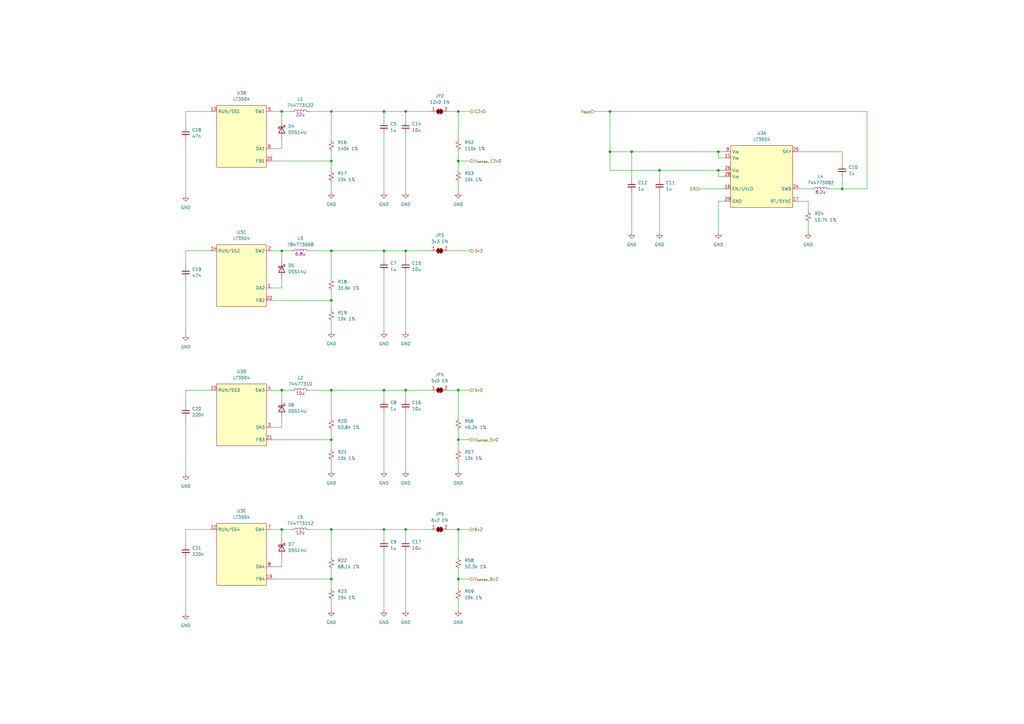
<source format=kicad_sch>
(kicad_sch (version 20230121) (generator eeschema)
  (paper "A3")
  (title_block (title "Kicker v3.0") (date "2023-10-03") (rev "0") (company "SSL A-Team") (comment 1 "Author: William Stuckey"))
  (lib_symbols
    (symbol "AT-PowerIC:LT3504"
      (property "Reference" "U" (at 0 -13.97 0))
      (property "Value" "LT3504" (at 0 13.97 0))
      (symbol "LT3504_1_1"
        (rectangle (start -12.7 12.7) (end 12.7 -12.7) (fill (type background)))
        (pin power_in line (at -15.24 7.62 0) (length 2.54) (name "V_{IN}") (number "11"))
        (pin input line (at -15.24 -5.08 0) (length 2.54) (name "EN/UVLO") (number "16"))
        (pin bidirectional line (at 15.24 -10.16 180) (length 2.54) (name "RT/SYNC") (number "17"))
        (pin bidirectional line (at 15.24 -5.08 180) (length 2.54) (name "SW5") (number "24"))
        (pin bidirectional line (at 15.24 10.16 180) (length 2.54) (name "SKY") (number "25"))
        (pin power_in line (at -15.24 2.54 0) (length 2.54) (name "V_{IN}") (number "26"))
        (pin power_in line (at -15.24 0 0) (length 2.54) (name "V_{IN}") (number "28"))
        (pin power_in line (at -15.24 -10.16 0) (length 2.54) (name "GND") (number "29"))
        (pin power_in line (at -15.24 10.16 0) (length 2.54) (name "V_{IN}") (number "9"))
      )
      (symbol "LT3504_2_1"
        (rectangle (start -10.16 12.7) (end 10.16 -12.7) (fill (type background)))
        (pin input line (at -12.7 10.16 0) (length 2.54) (name "RUN/SS1") (number "13"))
        (pin input line (at 12.7 -10.16 180) (length 2.54) (name "FB1") (number "20"))
        (pin power_out line (at 12.7 10.16 180) (length 2.54) (name "SW1") (number "5"))
        (pin power_out line (at 12.7 -5.08 180) (length 2.54) (name "DA1") (number "6"))
      )
      (symbol "LT3504_3_1"
        (rectangle (start -10.16 12.7) (end 10.16 -12.7) (fill (type background)))
        (pin power_out line (at 12.7 -5.08 180) (length 2.54) (name "DA2") (number "1"))
        (pin input line (at -12.7 10.16 0) (length 2.54) (name "RUN/SS2") (number "14"))
        (pin power_out line (at 12.7 10.16 180) (length 2.54) (name "SW2") (number "2"))
        (pin input line (at 12.7 -10.16 180) (length 2.54) (name "FB2") (number "22"))
      )
      (symbol "LT3504_4_1"
        (rectangle (start -10.16 12.7) (end 10.16 -12.7) (fill (type background)))
        (pin input line (at -12.7 10.16 0) (length 2.54) (name "RUN/SS3") (number "15"))
        (pin input line (at 12.7 -10.16 180) (length 2.54) (name "FB3") (number "21"))
        (pin power_out line (at 12.7 -5.08 180) (length 2.54) (name "DA3") (number "3"))
        (pin power_out line (at 12.7 10.16 180) (length 2.54) (name "SW3") (number "4"))
      )
      (symbol "LT3504_5_1"
        (rectangle (start -10.16 12.7) (end 10.16 -12.7) (fill (type background)))
        (pin input line (at -12.7 10.16 0) (length 2.54) (name "RUN/SS4") (number "12"))
        (pin input line (at 12.7 -10.16 180) (length 2.54) (name "FB4") (number "19"))
        (pin power_out line (at 12.7 10.16 180) (length 2.54) (name "SW4") (number "7"))
        (pin power_out line (at 12.7 -5.08 180) (length 2.54) (name "DA4") (number "8"))
      )
    )
    (symbol "Device:C_Small" (pin_numbers hide) (pin_names (offset 0.254) hide)
      (property "Reference" "C" (at 0.254 1.778 0))
      (property "Value" "C_Small" (at 0.254 -2.032 0))
      (symbol "C_Small_0_1"
        (polyline (pts (xy -1.524 -0.508) (xy 1.524 -0.508)) (stroke (width 0.3302)))
        (polyline (pts (xy -1.524 0.508) (xy 1.524 0.508)) (stroke (width 0.3048)))
      )
      (symbol "C_Small_1_1"
        (pin passive line (at 0 2.54 270) (length 2.032) (name "~") (number "1"))
        (pin passive line (at 0 -2.54 90) (length 2.032) (name "~") (number "2"))
      )
    )
    (symbol "Device:D_Schottky" (pin_numbers hide) (pin_names (offset 1.016) hide)
      (property "Reference" "D" (at 0 2.54 0))
      (property "Value" "D_Schottky" (at 0 -2.54 0))
      (symbol "D_Schottky_0_1"
        (polyline (pts (xy 1.27 0) (xy -1.27 0)))
        (polyline (pts (xy 1.27 1.27) (xy 1.27 -1.27) (xy -1.27 0) (xy 1.27 1.27)) (stroke (width 0.254)))
        (polyline (pts (xy -1.905 0.635) (xy -1.905 1.27) (xy -1.27 1.27) (xy -1.27 -1.27) (xy -0.635 -1.27) (xy -0.635 -0.635)) (stroke (width 0.254)))
      )
      (symbol "D_Schottky_1_1"
        (pin passive line (at -3.81 0 0) (length 2.54) (name "K") (number "1"))
        (pin passive line (at 3.81 0 180) (length 2.54) (name "A") (number "2"))
      )
    )
    (symbol "Device:L" (pin_numbers hide) (pin_names (offset 1.016) hide)
      (property "Reference" "L" (at -1.27 0 90))
      (property "Value" "L" (at 1.905 0 90))
      (symbol "L_0_1"
        (arc (start 0 -2.54) (mid 0.6323 -1.905) (end 0 -1.27))
        (arc (start 0 -1.27) (mid 0.6323 -0.635) (end 0 0))
        (arc (start 0 0) (mid 0.6323 0.635) (end 0 1.27))
        (arc (start 0 1.27) (mid 0.6323 1.905) (end 0 2.54))
      )
      (symbol "L_1_1"
        (pin passive line (at 0 3.81 270) (length 1.27) (name "1") (number "1"))
        (pin passive line (at 0 -3.81 90) (length 1.27) (name "2") (number "2"))
      )
    )
    (symbol "Device:R_Small_US" (pin_numbers hide) (pin_names (offset 0.254) hide)
      (property "Reference" "R" (at 0.762 0.508 0))
      (property "Value" "R_Small_US" (at 0.762 -1.016 0))
      (symbol "R_Small_US_1_1"
        (polyline (pts (xy 0 0) (xy 1.016 -0.381) (xy 0 -0.762) (xy -1.016 -1.143) (xy 0 -1.524)))
        (polyline (pts (xy 0 1.524) (xy 1.016 1.143) (xy 0 0.762) (xy -1.016 0.381) (xy 0 0)))
        (pin passive line (at 0 2.54 270) (length 1.016) (name "~") (number "1"))
        (pin passive line (at 0 -2.54 90) (length 1.016) (name "~") (number "2"))
      )
    )
    (symbol "Jumper:SolderJumper_2_Bridged" (pin_names (offset 0) hide)
      (property "Reference" "JP" (at 0 2.032 0))
      (property "Value" "SolderJumper_2_Bridged" (at 0 -2.54 0))
      (symbol "SolderJumper_2_Bridged_0_1"
        (rectangle (start -0.508 0.508) (end 0.508 -0.508) (fill (type outline)))
        (arc (start -0.254 1.016) (mid -1.2656 0) (end -0.254 -1.016))
        (arc (start -0.254 1.016) (mid -1.2656 0) (end -0.254 -1.016) (fill (type outline)))
        (polyline (pts (xy -0.254 1.016) (xy -0.254 -1.016)))
        (polyline (pts (xy 0.254 1.016) (xy 0.254 -1.016)))
        (arc (start 0.254 -1.016) (mid 1.2656 0) (end 0.254 1.016))
        (arc (start 0.254 -1.016) (mid 1.2656 0) (end 0.254 1.016) (fill (type outline)))
      )
      (symbol "SolderJumper_2_Bridged_1_1"
        (pin passive line (at -3.81 0 0) (length 2.54) (name "A") (number "1"))
        (pin passive line (at 3.81 0 180) (length 2.54) (name "B") (number "2"))
      )
    )
    (symbol "power:GND" (power) (pin_names (offset 0))
      (property "Value" "GND" (at 0 -3.81 0))
      (symbol "GND_0_1"
        (polyline (pts (xy 0 0) (xy 0 -1.27) (xy 1.27 -1.27) (xy 0 -2.54) (xy -1.27 -1.27) (xy 0 -1.27)))
      )
      (symbol "GND_1_1"
        (pin power_in line (at 0 0 270) (length 0) hide (name "GND") (number "1"))
      )
    )
  )
  (junction (at 294.64 62.23))
  (junction (at 115.57 102.87))
  (junction (at 187.96 217.17))
  (junction (at 115.57 160.02))
  (junction (at 166.37 217.17))
  (junction (at 294.64 69.85))
  (junction (at 187.96 180.34))
  (junction (at 250.19 62.23))
  (junction (at 187.96 45.72))
  (junction (at 135.89 66.04))
  (junction (at 115.57 45.72))
  (junction (at 135.89 217.17))
  (junction (at 135.89 180.34))
  (junction (at 135.89 160.02))
  (junction (at 270.51 69.85))
  (junction (at 115.57 217.17))
  (junction (at 187.96 66.04))
  (junction (at 187.96 160.02))
  (junction (at 135.89 102.87))
  (junction (at 135.89 123.19))
  (junction (at 157.48 217.17))
  (junction (at 250.19 45.72))
  (junction (at 166.37 102.87))
  (junction (at 135.89 237.49))
  (junction (at 157.48 102.87))
  (junction (at 259.08 62.23))
  (junction (at 166.37 160.02))
  (junction (at 157.48 45.72))
  (junction (at 157.48 160.02))
  (junction (at 187.96 237.49))
  (junction (at 166.37 45.72))
  (junction (at 345.44 77.47))
  (junction (at 135.89 45.72))
  (wire (pts (xy 294.64 72.39) (xy 297.18 72.39)))
  (wire (pts (xy 166.37 217.17) (xy 176.53 217.17)))
  (wire (pts (xy 76.2 45.72) (xy 76.2 52.07)))
  (wire (pts (xy 135.89 237.49) (xy 135.89 233.68)))
  (wire (pts (xy 187.96 246.38) (xy 187.96 250.19)))
  (wire (pts (xy 187.96 189.23) (xy 187.96 193.04)))
  (wire (pts (xy 135.89 228.6) (xy 135.89 217.17)))
  (wire (pts (xy 111.76 175.26) (xy 115.57 175.26)))
  (wire (pts (xy 166.37 102.87) (xy 157.48 102.87)))
  (wire (pts (xy 166.37 49.53) (xy 166.37 45.72)))
  (wire (pts (xy 327.66 77.47) (xy 332.74 77.47)))
  (wire (pts (xy 187.96 74.93) (xy 187.96 78.74)))
  (wire (pts (xy 157.48 226.06) (xy 157.48 250.19)))
  (wire (pts (xy 193.04 237.49) (xy 187.96 237.49)))
  (wire (pts (xy 135.89 180.34) (xy 135.89 176.53)))
  (wire (pts (xy 166.37 106.68) (xy 166.37 102.87)))
  (wire (pts (xy 115.57 118.11) (xy 115.57 114.3)))
  (wire (pts (xy 135.89 45.72) (xy 157.48 45.72)))
  (wire (pts (xy 340.36 77.47) (xy 345.44 77.47)))
  (wire (pts (xy 250.19 62.23) (xy 259.08 62.23)))
  (wire (pts (xy 115.57 45.72) (xy 115.57 49.53)))
  (wire (pts (xy 86.36 102.87) (xy 76.2 102.87)))
  (wire (pts (xy 327.66 62.23) (xy 345.44 62.23)))
  (wire (pts (xy 166.37 220.98) (xy 166.37 217.17)))
  (wire (pts (xy 111.76 66.04) (xy 135.89 66.04)))
  (wire (pts (xy 166.37 160.02) (xy 157.48 160.02)))
  (wire (pts (xy 135.89 189.23) (xy 135.89 193.04)))
  (wire (pts (xy 135.89 74.93) (xy 135.89 78.74)))
  (wire (pts (xy 115.57 217.17) (xy 119.38 217.17)))
  (wire (pts (xy 111.76 237.49) (xy 135.89 237.49)))
  (wire (pts (xy 166.37 111.76) (xy 166.37 135.89)))
  (wire (pts (xy 166.37 45.72) (xy 176.53 45.72)))
  (wire (pts (xy 187.96 66.04) (xy 187.96 69.85)))
  (wire (pts (xy 157.48 54.61) (xy 157.48 78.74)))
  (wire (pts (xy 86.36 45.72) (xy 76.2 45.72)))
  (wire (pts (xy 115.57 102.87) (xy 115.57 106.68)))
  (wire (pts (xy 187.96 237.49) (xy 187.96 233.68)))
  (wire (pts (xy 184.15 160.02) (xy 187.96 160.02)))
  (wire (pts (xy 187.96 237.49) (xy 187.96 241.3)))
  (wire (pts (xy 115.57 102.87) (xy 119.38 102.87)))
  (wire (pts (xy 187.96 180.34) (xy 187.96 184.15)))
  (wire (pts (xy 187.96 57.15) (xy 187.96 45.72)))
  (wire (pts (xy 166.37 226.06) (xy 166.37 250.19)))
  (wire (pts (xy 135.89 66.04) (xy 135.89 69.85)))
  (wire (pts (xy 76.2 57.15) (xy 76.2 80.01)))
  (wire (pts (xy 166.37 102.87) (xy 176.53 102.87)))
  (wire (pts (xy 294.64 82.55) (xy 297.18 82.55)))
  (wire (pts (xy 115.57 160.02) (xy 115.57 163.83)))
  (wire (pts (xy 157.48 106.68) (xy 157.48 102.87)))
  (wire (pts (xy 187.96 171.45) (xy 187.96 160.02)))
  (wire (pts (xy 135.89 102.87) (xy 157.48 102.87)))
  (wire (pts (xy 76.2 217.17) (xy 76.2 223.52)))
  (wire (pts (xy 135.89 217.17) (xy 157.48 217.17)))
  (wire (pts (xy 187.96 66.04) (xy 187.96 62.23)))
  (wire (pts (xy 166.37 163.83) (xy 166.37 160.02)))
  (wire (pts (xy 135.89 57.15) (xy 135.89 45.72)))
  (wire (pts (xy 270.51 73.66) (xy 270.51 69.85)))
  (wire (pts (xy 135.89 237.49) (xy 135.89 241.3)))
  (wire (pts (xy 166.37 168.91) (xy 166.37 193.04)))
  (wire (pts (xy 345.44 62.23) (xy 345.44 67.31)))
  (wire (pts (xy 355.6 77.47) (xy 355.6 45.72)))
  (wire (pts (xy 187.96 217.17) (xy 193.04 217.17)))
  (wire (pts (xy 135.89 123.19) (xy 135.89 119.38)))
  (wire (pts (xy 76.2 171.45) (xy 76.2 194.31)))
  (wire (pts (xy 243.84 45.72) (xy 250.19 45.72)))
  (wire (pts (xy 345.44 77.47) (xy 355.6 77.47)))
  (wire (pts (xy 184.15 102.87) (xy 193.04 102.87)))
  (wire (pts (xy 111.76 232.41) (xy 115.57 232.41)))
  (wire (pts (xy 115.57 232.41) (xy 115.57 228.6)))
  (wire (pts (xy 135.89 132.08) (xy 135.89 135.89)))
  (wire (pts (xy 345.44 77.47) (xy 345.44 72.39)))
  (wire (pts (xy 76.2 102.87) (xy 76.2 109.22)))
  (wire (pts (xy 86.36 160.02) (xy 76.2 160.02)))
  (wire (pts (xy 294.64 69.85) (xy 294.64 72.39)))
  (wire (pts (xy 135.89 160.02) (xy 157.48 160.02)))
  (wire (pts (xy 166.37 217.17) (xy 157.48 217.17)))
  (wire (pts (xy 135.89 246.38) (xy 135.89 250.19)))
  (wire (pts (xy 115.57 160.02) (xy 119.38 160.02)))
  (wire (pts (xy 135.89 217.17) (xy 127 217.17)))
  (wire (pts (xy 297.18 62.23) (xy 294.64 62.23)))
  (wire (pts (xy 86.36 217.17) (xy 76.2 217.17)))
  (wire (pts (xy 331.47 95.25) (xy 331.47 91.44)))
  (wire (pts (xy 157.48 111.76) (xy 157.48 135.89)))
  (wire (pts (xy 111.76 180.34) (xy 135.89 180.34)))
  (wire (pts (xy 259.08 78.74) (xy 259.08 95.25)))
  (wire (pts (xy 187.96 180.34) (xy 187.96 176.53)))
  (wire (pts (xy 259.08 62.23) (xy 294.64 62.23)))
  (wire (pts (xy 270.51 78.74) (xy 270.51 95.25)))
  (wire (pts (xy 250.19 69.85) (xy 270.51 69.85)))
  (wire (pts (xy 331.47 82.55) (xy 331.47 86.36)))
  (wire (pts (xy 111.76 102.87) (xy 115.57 102.87)))
  (wire (pts (xy 76.2 228.6) (xy 76.2 251.46)))
  (wire (pts (xy 355.6 45.72) (xy 250.19 45.72)))
  (wire (pts (xy 187.96 228.6) (xy 187.96 217.17)))
  (wire (pts (xy 187.96 45.72) (xy 193.04 45.72)))
  (wire (pts (xy 111.76 217.17) (xy 115.57 217.17)))
  (wire (pts (xy 111.76 45.72) (xy 115.57 45.72)))
  (wire (pts (xy 157.48 168.91) (xy 157.48 193.04)))
  (wire (pts (xy 166.37 45.72) (xy 157.48 45.72)))
  (wire (pts (xy 111.76 160.02) (xy 115.57 160.02)))
  (wire (pts (xy 184.15 217.17) (xy 187.96 217.17)))
  (wire (pts (xy 135.89 102.87) (xy 127 102.87)))
  (wire (pts (xy 166.37 54.61) (xy 166.37 78.74)))
  (wire (pts (xy 157.48 220.98) (xy 157.48 217.17)))
  (wire (pts (xy 270.51 69.85) (xy 294.64 69.85)))
  (wire (pts (xy 297.18 69.85) (xy 294.64 69.85)))
  (wire (pts (xy 135.89 171.45) (xy 135.89 160.02)))
  (wire (pts (xy 115.57 45.72) (xy 119.38 45.72)))
  (wire (pts (xy 294.64 95.25) (xy 294.64 82.55)))
  (wire (pts (xy 294.64 64.77) (xy 297.18 64.77)))
  (wire (pts (xy 193.04 180.34) (xy 187.96 180.34)))
  (wire (pts (xy 327.66 82.55) (xy 331.47 82.55)))
  (wire (pts (xy 115.57 217.17) (xy 115.57 220.98)))
  (wire (pts (xy 157.48 49.53) (xy 157.48 45.72)))
  (wire (pts (xy 166.37 160.02) (xy 176.53 160.02)))
  (wire (pts (xy 135.89 123.19) (xy 135.89 127)))
  (wire (pts (xy 135.89 160.02) (xy 127 160.02)))
  (wire (pts (xy 135.89 180.34) (xy 135.89 184.15)))
  (wire (pts (xy 115.57 60.96) (xy 115.57 57.15)))
  (wire (pts (xy 115.57 175.26) (xy 115.57 171.45)))
  (wire (pts (xy 111.76 118.11) (xy 115.57 118.11)))
  (wire (pts (xy 135.89 66.04) (xy 135.89 62.23)))
  (wire (pts (xy 259.08 62.23) (xy 259.08 73.66)))
  (wire (pts (xy 76.2 114.3) (xy 76.2 137.16)))
  (wire (pts (xy 193.04 66.04) (xy 187.96 66.04)))
  (wire (pts (xy 111.76 60.96) (xy 115.57 60.96)))
  (wire (pts (xy 111.76 123.19) (xy 135.89 123.19)))
  (wire (pts (xy 157.48 163.83) (xy 157.48 160.02)))
  (wire (pts (xy 287.02 77.47) (xy 297.18 77.47)))
  (wire (pts (xy 250.19 62.23) (xy 250.19 69.85)))
  (wire (pts (xy 135.89 45.72) (xy 127 45.72)))
  (wire (pts (xy 250.19 45.72) (xy 250.19 62.23)))
  (wire (pts (xy 184.15 45.72) (xy 187.96 45.72)))
  (wire (pts (xy 135.89 114.3) (xy 135.89 102.87)))
  (wire (pts (xy 187.96 160.02) (xy 193.04 160.02)))
  (wire (pts (xy 76.2 160.02) (xy 76.2 166.37)))
  (wire (pts (xy 294.64 62.23) (xy 294.64 64.77)))
  (hierarchical_label "6v2" (shape output) (at 193.04 217.17 0))
  (hierarchical_label "V_{batt}" (shape input) (at 243.84 45.72 180))
  (hierarchical_label "3v3" (shape output) (at 193.04 102.87 0))
  (hierarchical_label "5v0" (shape output) (at 193.04 160.02 0))
  (hierarchical_label "V_{sense}_5v0" (shape output) (at 193.04 180.34 0))
  (hierarchical_label "EN" (shape input) (at 287.02 77.47 180))
  (hierarchical_label "V_{sense}_6v2" (shape output) (at 193.04 237.49 0))
  (hierarchical_label "V_{sense}_12v0" (shape output) (at 193.04 66.04 0))
  (hierarchical_label "12v0" (shape output) (at 193.04 45.72 0))
  (symbol (lib_id "Device:R_Small_US") (at 135.89 59.69 0) (unit 1)
    (property "Reference" "R16" (at 138.43 58.42 0) (effects (justify left)))
    (property "Value" "140k 1%" (at 138.43 60.96 0) (effects (justify left)))
  )
  (symbol (lib_id "Device:R_Small_US") (at 135.89 186.69 0) (unit 1)
    (property "Reference" "R21" (at 138.43 185.42 0) (effects (justify left)))
    (property "Value" "10k 1%" (at 138.43 187.96 0) (effects (justify left)))
  )
  (symbol (lib_id "Device:D_Schottky") (at 115.57 110.49 270) (unit 1)
    (property "Reference" "D5" (at 118.11 108.9025 90) (effects (justify left)))
    (property "Value" "DSS14U" (at 118.11 111.4425 90) (effects (justify left)))
  )
  (symbol (lib_id "Device:C_Small") (at 157.48 52.07 0) (unit 1)
    (property "Reference" "C5" (at 160.02 50.8063 0) (effects (justify left)))
    (property "Value" "1u" (at 160.02 53.3463 0) (effects (justify left)))
  )
  (symbol (lib_id "AT-PowerIC:LT3504") (at 312.42 72.39 0) (unit 1)
    (property "Reference" "U3" (at 312.42 54.61 0))
    (property "Value" "LT3504" (at 312.42 57.15 0))
    (property "Datasheet" "https://www.analog.com/media/en/technical-documentation/data-sheets/3504fa.pdf" (effects hide))
  )
  (symbol (lib_id "Device:C_Small") (at 76.2 111.76 0) (unit 1)
    (property "Reference" "C19" (at 78.74 110.4963 0) (effects (justify left)))
    (property "Value" "47n" (at 78.74 113.0363 0) (effects (justify left)))
  )
  (symbol (lib_id "Device:R_Small_US") (at 135.89 173.99 0) (unit 1)
    (property "Reference" "R20" (at 138.43 172.72 0) (effects (justify left)))
    (property "Value" "53.6k 1%" (at 138.43 175.26 0) (effects (justify left)))
  )
  (symbol (lib_id "power:GND") (at 157.48 250.19 0) (unit 1)
    (property "Reference" "#PWR026" (effects hide))
    (property "Value" "GND" (at 157.48 255.27 0))
  )
  (symbol (lib_id "power:GND") (at 187.96 193.04 0) (mirror y) (unit 1)
    (property "Reference" "#PWR087" (effects hide))
    (property "Value" "GND" (at 187.96 198.12 0))
  )
  (symbol (lib_id "power:GND") (at 135.89 135.89 0) (unit 1)
    (property "Reference" "#PWR019" (effects hide))
    (property "Value" "GND" (at 135.89 140.97 0))
  )
  (symbol (lib_id "power:GND") (at 187.96 250.19 0) (mirror y) (unit 1)
    (property "Reference" "#PWR088" (effects hide))
    (property "Value" "GND" (at 187.96 255.27 0))
  )
  (symbol (lib_id "AT-PowerIC:LT3504") (at 99.06 227.33 0) (unit 5)
    (property "Reference" "U3" (at 99.06 209.55 0))
    (property "Value" "LT3504" (at 99.06 212.09 0))
    (property "Datasheet" "https://www.analog.com/media/en/technical-documentation/data-sheets/3504fa.pdf" (effects hide))
  )
  (symbol (lib_id "Device:R_Small_US") (at 187.96 231.14 0) (unit 1)
    (property "Reference" "R58" (at 190.5 229.87 0) (effects (justify left)))
    (property "Value" "52.3k 1%" (at 190.5 232.41 0) (effects (justify left)))
  )
  (symbol (lib_id "power:GND") (at 135.89 78.74 0) (unit 1)
    (property "Reference" "#PWR016" (effects hide))
    (property "Value" "GND" (at 135.89 83.82 0))
  )
  (symbol (lib_id "Device:C_Small") (at 270.51 76.2 0) (unit 1)
    (property "Reference" "C11" (at 273.05 74.9363 0) (effects (justify left)))
    (property "Value" "1u" (at 273.05 77.4763 0) (effects (justify left)))
  )
  (symbol (lib_id "Device:R_Small_US") (at 135.89 231.14 0) (unit 1)
    (property "Reference" "R22" (at 138.43 229.87 0) (effects (justify left)))
    (property "Value" "68.1k 1%" (at 138.43 232.41 0) (effects (justify left)))
  )
  (symbol (lib_id "Device:R_Small_US") (at 187.96 173.99 0) (mirror y) (unit 1)
    (property "Reference" "R56" (at 190.5 172.72 0) (effects (justify right)))
    (property "Value" "40.2k 1%" (at 190.5 175.26 0) (effects (justify right)))
  )
  (symbol (lib_id "Device:R_Small_US") (at 135.89 72.39 0) (unit 1)
    (property "Reference" "R17" (at 138.43 71.12 0) (effects (justify left)))
    (property "Value" "10k 1%" (at 138.43 73.66 0) (effects (justify left)))
  )
  (symbol (lib_id "power:GND") (at 76.2 194.31 0) (unit 1)
    (property "Reference" "#PWR034" (effects hide))
    (property "Value" "GND" (at 76.2 199.39 0))
  )
  (symbol (lib_id "Device:C_Small") (at 157.48 166.37 0) (unit 1)
    (property "Reference" "C8" (at 160.02 165.1063 0) (effects (justify left)))
    (property "Value" "1u" (at 160.02 167.6463 0) (effects (justify left)))
  )
  (symbol (lib_id "power:GND") (at 166.37 250.19 0) (unit 1)
    (property "Reference" "#PWR027" (effects hide))
    (property "Value" "GND" (at 166.37 255.27 0))
  )
  (symbol (lib_id "Device:R_Small_US") (at 135.89 129.54 0) (unit 1)
    (property "Reference" "R19" (at 138.43 128.27 0) (effects (justify left)))
    (property "Value" "10k 1%" (at 138.43 130.81 0) (effects (justify left)))
  )
  (symbol (lib_id "power:GND") (at 294.64 95.25 0) (unit 1)
    (property "Reference" "#PWR028" (effects hide))
    (property "Value" "GND" (at 294.64 100.33 0))
  )
  (symbol (lib_id "Device:R_Small_US") (at 187.96 59.69 0) (mirror y) (unit 1)
    (property "Reference" "R52" (at 190.5 58.42 0) (effects (justify right)))
    (property "Value" "110k 1%" (at 190.5 60.96 0) (effects (justify right)))
  )
  (symbol (lib_id "Device:L") (at 123.19 160.02 90) (unit 1)
    (property "Reference" "L2" (at 123.19 154.94 90))
    (property "Value" "74477310" (at 123.19 157.48 90))
    (property "Datasheet" "https://www.we-online.com/katalog/datasheet/74477310.pdf" (effects hide))
    (property "Val2" "10u" (at 123.19 161.29 90))
  )
  (symbol (lib_id "Device:C_Small") (at 166.37 52.07 0) (unit 1)
    (property "Reference" "C14" (at 168.91 50.8063 0) (effects (justify left)))
    (property "Value" "10u" (at 168.91 53.3463 0) (effects (justify left)))
  )
  (symbol (lib_id "Device:C_Small") (at 166.37 109.22 0) (unit 1)
    (property "Reference" "C15" (at 168.91 107.9563 0) (effects (justify left)))
    (property "Value" "10u" (at 168.91 110.4963 0) (effects (justify left)))
  )
  (symbol (lib_id "Jumper:SolderJumper_2_Bridged") (at 180.34 45.72 0) (unit 1)
    (property "Reference" "JP2" (at 180.34 39.37 0))
    (property "Value" "12v0 EN" (at 180.34 41.91 0))
  )
  (symbol (lib_id "power:GND") (at 187.96 78.74 0) (mirror y) (unit 1)
    (property "Reference" "#PWR085" (effects hide))
    (property "Value" "GND" (at 187.96 83.82 0))
  )
  (symbol (lib_id "power:GND") (at 270.51 95.25 0) (unit 1)
    (property "Reference" "#PWR029" (effects hide))
    (property "Value" "GND" (at 270.51 100.33 0))
  )
  (symbol (lib_id "Jumper:SolderJumper_2_Bridged") (at 180.34 217.17 0) (unit 1)
    (property "Reference" "JP5" (at 180.34 210.82 0))
    (property "Value" "6v2 EN" (at 180.34 213.36 0))
  )
  (symbol (lib_id "power:GND") (at 135.89 193.04 0) (unit 1)
    (property "Reference" "#PWR022" (effects hide))
    (property "Value" "GND" (at 135.89 198.12 0))
  )
  (symbol (lib_id "Device:R_Small_US") (at 187.96 243.84 0) (unit 1)
    (property "Reference" "R59" (at 190.5 242.57 0) (effects (justify left)))
    (property "Value" "10k 1%" (at 190.5 245.11 0) (effects (justify left)))
  )
  (symbol (lib_id "power:GND") (at 157.48 78.74 0) (unit 1)
    (property "Reference" "#PWR017" (effects hide))
    (property "Value" "GND" (at 157.48 83.82 0))
  )
  (symbol (lib_id "power:GND") (at 166.37 78.74 0) (unit 1)
    (property "Reference" "#PWR018" (effects hide))
    (property "Value" "GND" (at 166.37 83.82 0))
  )
  (symbol (lib_id "Device:L") (at 123.19 102.87 90) (unit 1)
    (property "Reference" "L3" (at 123.19 97.79 90))
    (property "Value" "784773068" (at 123.19 100.33 90))
    (property "Datasheet" "https://mm.digikey.com/Volume0/opasdata/d220001/medias/docus/2262/Q+_Products_Flyer.pdf" (effects hide))
    (property "Val2" "6.8u" (at 123.19 104.14 90))
  )
  (symbol (lib_id "Device:R_Small_US") (at 331.47 88.9 0) (unit 1)
    (property "Reference" "R24" (at 334.01 87.63 0) (effects (justify left)))
    (property "Value" "10.7k 1%" (at 334.01 90.17 0) (effects (justify left)))
    (property "Footprint" "Resistor_SMD:R_0402_1005Metric" (effects hide))
  )
  (symbol (lib_id "Device:D_Schottky") (at 115.57 224.79 270) (unit 1)
    (property "Reference" "D7" (at 118.11 223.2025 90) (effects (justify left)))
    (property "Value" "DSS14U" (at 118.11 225.7425 90) (effects (justify left)))
  )
  (symbol (lib_id "Device:C_Small") (at 166.37 223.52 0) (unit 1)
    (property "Reference" "C17" (at 168.91 222.2563 0) (effects (justify left)))
    (property "Value" "10u" (at 168.91 224.7963 0) (effects (justify left)))
  )
  (symbol (lib_id "Device:C_Small") (at 157.48 109.22 0) (unit 1)
    (property "Reference" "C7" (at 160.02 107.9563 0) (effects (justify left)))
    (property "Value" "1u" (at 160.02 110.4963 0) (effects (justify left)))
  )
  (symbol (lib_id "power:GND") (at 157.48 193.04 0) (unit 1)
    (property "Reference" "#PWR023" (effects hide))
    (property "Value" "GND" (at 157.48 198.12 0))
  )
  (symbol (lib_id "Device:C_Small") (at 76.2 168.91 0) (unit 1)
    (property "Reference" "C20" (at 78.74 167.6463 0) (effects (justify left)))
    (property "Value" "220n" (at 78.74 170.1863 0) (effects (justify left)))
  )
  (symbol (lib_id "AT-PowerIC:LT3504") (at 99.06 113.03 0) (unit 3)
    (property "Reference" "U3" (at 99.06 95.25 0))
    (property "Value" "LT3504" (at 99.06 97.79 0))
    (property "Datasheet" "https://www.analog.com/media/en/technical-documentation/data-sheets/3504fa.pdf" (effects hide))
  )
  (symbol (lib_id "Device:D_Schottky") (at 115.57 167.64 270) (unit 1)
    (property "Reference" "D6" (at 118.11 166.0525 90) (effects (justify left)))
    (property "Value" "DSS14U" (at 118.11 168.5925 90) (effects (justify left)))
  )
  (symbol (lib_id "Jumper:SolderJumper_2_Bridged") (at 180.34 102.87 0) (unit 1)
    (property "Reference" "JP3" (at 180.34 96.52 0))
    (property "Value" "3v3 EN" (at 180.34 99.06 0))
  )
  (symbol (lib_id "Device:L") (at 123.19 45.72 90) (unit 1)
    (property "Reference" "L1" (at 123.19 40.64 90))
    (property "Value" "744773122" (at 123.19 43.18 90))
    (property "Datasheet" "https://www.we-online.com/katalog/datasheet/744773122.pdf" (effects hide))
    (property "Val2" "22u" (at 123.19 46.99 90))
  )
  (symbol (lib_id "Device:C_Small") (at 345.44 69.85 0) (unit 1)
    (property "Reference" "C10" (at 347.98 68.5863 0) (effects (justify left)))
    (property "Value" "1u" (at 347.98 71.1263 0) (effects (justify left)))
  )
  (symbol (lib_id "AT-PowerIC:LT3504") (at 99.06 170.18 0) (unit 4)
    (property "Reference" "U3" (at 99.06 152.4 0))
    (property "Value" "LT3504" (at 99.06 154.94 0))
    (property "Datasheet" "https://www.analog.com/media/en/technical-documentation/data-sheets/3504fa.pdf" (effects hide))
  )
  (symbol (lib_id "power:GND") (at 166.37 135.89 0) (unit 1)
    (property "Reference" "#PWR021" (effects hide))
    (property "Value" "GND" (at 166.37 140.97 0))
  )
  (symbol (lib_id "power:GND") (at 135.89 250.19 0) (unit 1)
    (property "Reference" "#PWR025" (effects hide))
    (property "Value" "GND" (at 135.89 255.27 0))
  )
  (symbol (lib_id "Device:C_Small") (at 166.37 166.37 0) (unit 1)
    (property "Reference" "C16" (at 168.91 165.1063 0) (effects (justify left)))
    (property "Value" "10u" (at 168.91 167.6463 0) (effects (justify left)))
  )
  (symbol (lib_id "power:GND") (at 166.37 193.04 0) (unit 1)
    (property "Reference" "#PWR024" (effects hide))
    (property "Value" "GND" (at 166.37 198.12 0))
  )
  (symbol (lib_id "power:GND") (at 259.08 95.25 0) (unit 1)
    (property "Reference" "#PWR030" (effects hide))
    (property "Value" "GND" (at 259.08 100.33 0))
  )
  (symbol (lib_id "Device:R_Small_US") (at 135.89 243.84 0) (unit 1)
    (property "Reference" "R23" (at 138.43 242.57 0) (effects (justify left)))
    (property "Value" "10k 1%" (at 138.43 245.11 0) (effects (justify left)))
  )
  (symbol (lib_id "Device:C_Small") (at 259.08 76.2 0) (unit 1)
    (property "Reference" "C12" (at 261.62 74.9363 0) (effects (justify left)))
    (property "Value" "1u" (at 261.62 77.4763 0) (effects (justify left)))
  )
  (symbol (lib_id "power:GND") (at 157.48 135.89 0) (unit 1)
    (property "Reference" "#PWR020" (effects hide))
    (property "Value" "GND" (at 157.48 140.97 0))
  )
  (symbol (lib_id "power:GND") (at 331.47 95.25 0) (unit 1)
    (property "Reference" "#PWR031" (effects hide))
    (property "Value" "GND" (at 331.47 100.33 0))
  )
  (symbol (lib_id "power:GND") (at 76.2 137.16 0) (unit 1)
    (property "Reference" "#PWR033" (effects hide))
    (property "Value" "GND" (at 76.2 142.24 0))
  )
  (symbol (lib_id "Device:C_Small") (at 157.48 223.52 0) (unit 1)
    (property "Reference" "C9" (at 160.02 222.2563 0) (effects (justify left)))
    (property "Value" "1u" (at 160.02 224.7963 0) (effects (justify left)))
  )
  (symbol (lib_id "Device:R_Small_US") (at 187.96 186.69 0) (unit 1)
    (property "Reference" "R57" (at 190.5 185.42 0) (effects (justify left)))
    (property "Value" "10k 1%" (at 190.5 187.96 0) (effects (justify left)))
  )
  (symbol (lib_id "Device:C_Small") (at 76.2 226.06 0) (unit 1)
    (property "Reference" "C21" (at 78.74 224.7963 0) (effects (justify left)))
    (property "Value" "220n" (at 78.74 227.3363 0) (effects (justify left)))
  )
  (symbol (lib_id "Device:R_Small_US") (at 135.89 116.84 0) (unit 1)
    (property "Reference" "R18" (at 138.43 115.57 0) (effects (justify left)))
    (property "Value" "31.6k 1%" (at 138.43 118.11 0) (effects (justify left)))
  )
  (symbol (lib_id "Device:L") (at 336.55 77.47 90) (unit 1)
    (property "Reference" "L4" (at 336.55 72.39 90))
    (property "Value" "744773082" (at 336.55 74.93 90))
    (property "Datasheet" "https://www.we-online.com/components/products/datasheet/744773082.pdf" (effects hide))
    (property "Val2" "8.2u" (at 336.55 78.74 90))
  )
  (symbol (lib_id "Device:C_Small") (at 76.2 54.61 0) (unit 1)
    (property "Reference" "C18" (at 78.74 53.3463 0) (effects (justify left)))
    (property "Value" "47n" (at 78.74 55.8863 0) (effects (justify left)))
  )
  (symbol (lib_id "power:GND") (at 76.2 251.46 0) (unit 1)
    (property "Reference" "#PWR035" (effects hide))
    (property "Value" "GND" (at 76.2 256.54 0))
  )
  (symbol (lib_id "Device:R_Small_US") (at 187.96 72.39 0) (unit 1)
    (property "Reference" "R53" (at 190.5 71.12 0) (effects (justify left)))
    (property "Value" "10k 1%" (at 190.5 73.66 0) (effects (justify left)))
  )
  (symbol (lib_id "AT-PowerIC:LT3504") (at 99.06 55.88 0) (unit 2)
    (property "Reference" "U3" (at 99.06 38.1 0))
    (property "Value" "LT3504" (at 99.06 40.64 0))
    (property "Datasheet" "https://www.analog.com/media/en/technical-documentation/data-sheets/3504fa.pdf" (effects hide))
  )
  (symbol (lib_id "Device:L") (at 123.19 217.17 90) (unit 1)
    (property "Reference" "L5" (at 123.19 212.09 90))
    (property "Value" "744773112" (at 123.19 214.63 90))
    (property "Datasheet" "https://www.we-online.com/katalog/datasheet/744773112.pdf" (effects hide))
    (property "Val2" "12u" (at 123.19 218.44 90))
  )
  (symbol (lib_id "Device:D_Schottky") (at 115.57 53.34 270) (unit 1)
    (property "Reference" "D4" (at 118.11 51.7525 90) (effects (justify left)))
    (property "Value" "DSS14U" (at 118.11 54.2925 90) (effects (justify left)))
    (property "LCSC_OPT" "SBR3U40P1-7" (effects hide))
  )
  (symbol (lib_id "power:GND") (at 76.2 80.01 0) (unit 1)
    (property "Reference" "#PWR032" (effects hide))
    (property "Value" "GND" (at 76.2 85.09 0))
  )
  (symbol (lib_id "Jumper:SolderJumper_2_Bridged") (at 180.34 160.02 0) (unit 1)
    (property "Reference" "JP4" (at 180.34 153.67 0))
    (property "Value" "5v0 EN" (at 180.34 156.21 0))
  )
)
</source>
